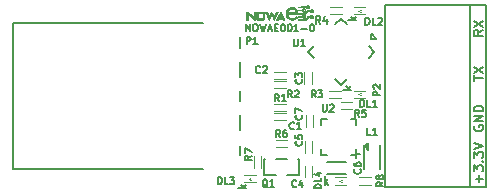
<source format=gto>
G04 #@! TF.FileFunction,Legend,Top*
%FSLAX46Y46*%
G04 Gerber Fmt 4.6, Leading zero omitted, Abs format (unit mm)*
G04 Created by KiCad (PCBNEW 4.0.5) date Saturday 15 April 2017 18:44:44*
%MOMM*%
%LPD*%
G01*
G04 APERTURE LIST*
%ADD10C,0.100000*%
%ADD11C,0.150000*%
%ADD12C,0.200000*%
%ADD13C,0.010000*%
G04 APERTURE END LIST*
D10*
D11*
X4528571Y13478571D02*
X4528571Y14078571D01*
X4871428Y13478571D01*
X4871428Y14078571D01*
X5271428Y14078571D02*
X5385714Y14078571D01*
X5442856Y14050000D01*
X5499999Y13992857D01*
X5528571Y13878571D01*
X5528571Y13678571D01*
X5499999Y13564286D01*
X5442856Y13507143D01*
X5385714Y13478571D01*
X5271428Y13478571D01*
X5214285Y13507143D01*
X5157142Y13564286D01*
X5128571Y13678571D01*
X5128571Y13878571D01*
X5157142Y13992857D01*
X5214285Y14050000D01*
X5271428Y14078571D01*
X5728570Y14078571D02*
X5871427Y13478571D01*
X5985713Y13907143D01*
X6099999Y13478571D01*
X6242856Y14078571D01*
X6442856Y13650000D02*
X6728570Y13650000D01*
X6385713Y13478571D02*
X6585713Y14078571D01*
X6785713Y13478571D01*
X6985713Y13792857D02*
X7185713Y13792857D01*
X7271427Y13478571D02*
X6985713Y13478571D01*
X6985713Y14078571D01*
X7271427Y14078571D01*
X7642856Y14078571D02*
X7699999Y14078571D01*
X7757142Y14050000D01*
X7785713Y14021429D01*
X7814284Y13964286D01*
X7842856Y13850000D01*
X7842856Y13707143D01*
X7814284Y13592857D01*
X7785713Y13535714D01*
X7757142Y13507143D01*
X7699999Y13478571D01*
X7642856Y13478571D01*
X7585713Y13507143D01*
X7557142Y13535714D01*
X7528570Y13592857D01*
X7499999Y13707143D01*
X7499999Y13850000D01*
X7528570Y13964286D01*
X7557142Y14021429D01*
X7585713Y14050000D01*
X7642856Y14078571D01*
X8214285Y14078571D02*
X8271428Y14078571D01*
X8328571Y14050000D01*
X8357142Y14021429D01*
X8385713Y13964286D01*
X8414285Y13850000D01*
X8414285Y13707143D01*
X8385713Y13592857D01*
X8357142Y13535714D01*
X8328571Y13507143D01*
X8271428Y13478571D01*
X8214285Y13478571D01*
X8157142Y13507143D01*
X8128571Y13535714D01*
X8099999Y13592857D01*
X8071428Y13707143D01*
X8071428Y13850000D01*
X8099999Y13964286D01*
X8128571Y14021429D01*
X8157142Y14050000D01*
X8214285Y14078571D01*
X8985714Y13478571D02*
X8642857Y13478571D01*
X8814285Y13478571D02*
X8814285Y14078571D01*
X8757142Y13992857D01*
X8700000Y13935714D01*
X8642857Y13907143D01*
X9242857Y13707143D02*
X9700000Y13707143D01*
X10100000Y14078571D02*
X10157143Y14078571D01*
X10214286Y14050000D01*
X10242857Y14021429D01*
X10271428Y13964286D01*
X10300000Y13850000D01*
X10300000Y13707143D01*
X10271428Y13592857D01*
X10242857Y13535714D01*
X10214286Y13507143D01*
X10157143Y13478571D01*
X10100000Y13478571D01*
X10042857Y13507143D01*
X10014286Y13535714D01*
X9985714Y13592857D01*
X9957143Y13707143D01*
X9957143Y13850000D01*
X9985714Y13964286D01*
X10014286Y14021429D01*
X10042857Y14050000D01*
X10100000Y14078571D01*
D12*
X13900000Y3050000D02*
X13900000Y2750000D01*
X13900000Y3050000D02*
X14200000Y3050000D01*
D10*
X14100000Y500000D02*
X15100000Y500000D01*
X14100000Y1100000D02*
X15100000Y1100000D01*
X12650000Y700000D02*
X12450000Y800000D01*
X12450000Y800000D02*
X12650000Y900000D01*
X13050000Y1100000D02*
X12050000Y1100000D01*
X13050000Y500000D02*
X12050000Y500000D01*
X7050000Y3700000D02*
X8050000Y3700000D01*
X7050000Y4300000D02*
X8050000Y4300000D01*
X6950000Y5950000D02*
X7950000Y5950000D01*
X6950000Y6550000D02*
X7950000Y6550000D01*
X6950000Y9450000D02*
X7950000Y9450000D01*
X6950000Y10050000D02*
X7950000Y10050000D01*
D11*
X7050000Y1300000D02*
X6050000Y1300000D01*
X6050000Y2700000D02*
X6150000Y2700000D01*
X9050000Y2700000D02*
X8950000Y2700000D01*
X7050000Y1300000D02*
X6050000Y1300000D01*
X6050000Y1300000D02*
X6050000Y2700000D01*
X8050000Y2700000D02*
X7050000Y2700000D01*
X9050000Y1300000D02*
X9050000Y2700000D01*
X9050000Y1300000D02*
X8050000Y1300000D01*
D10*
X6950000Y6700000D02*
X7950000Y6700000D01*
X6950000Y7300000D02*
X7950000Y7300000D01*
X7950000Y9300000D02*
X6950000Y9300000D01*
X7950000Y8700000D02*
X6950000Y8700000D01*
X12600000Y8450000D02*
X11600000Y8450000D01*
X12600000Y7850000D02*
X11600000Y7850000D01*
D11*
X13000000Y2400000D02*
X11400000Y2400000D01*
X13000000Y1400000D02*
X11400000Y1400000D01*
X14500000Y1850000D02*
X14500000Y3850000D01*
X15900000Y3850000D02*
X15900000Y1850000D01*
D10*
X10150000Y1100000D02*
X10150000Y2100000D01*
X9550000Y1100000D02*
X9550000Y2100000D01*
X13550000Y7500000D02*
X12550000Y7500000D01*
X13550000Y6900000D02*
X12550000Y6900000D01*
X14250000Y8050000D02*
X14050000Y8150000D01*
X14050000Y8150000D02*
X14250000Y8250000D01*
X14650000Y8450000D02*
X13650000Y8450000D01*
X14650000Y7850000D02*
X13650000Y7850000D01*
X11650000Y14900000D02*
X12650000Y14900000D01*
X11650000Y15500000D02*
X12650000Y15500000D01*
X9500000Y10000000D02*
X9500000Y9000000D01*
X10100000Y10000000D02*
X10100000Y9000000D01*
X14250000Y15100000D02*
X14050000Y15200000D01*
X14050000Y15200000D02*
X14250000Y15300000D01*
X14650000Y15500000D02*
X13650000Y15500000D01*
X14650000Y14900000D02*
X13650000Y14900000D01*
X5800000Y1900000D02*
X5800000Y2900000D01*
X5200000Y1900000D02*
X5200000Y2900000D01*
X5000000Y900000D02*
X4800000Y1000000D01*
X4800000Y1000000D02*
X5000000Y1100000D01*
X5400000Y1300000D02*
X4400000Y1300000D01*
X5400000Y700000D02*
X4400000Y700000D01*
X10250000Y5400000D02*
X10250000Y6400000D01*
X9650000Y5400000D02*
X9650000Y6400000D01*
X9550000Y4200000D02*
X9550000Y3200000D01*
X10150000Y4200000D02*
X10150000Y3200000D01*
D11*
X4000000Y12100000D02*
X4000000Y13000000D01*
X4000000Y9600000D02*
X4000000Y10900000D01*
X4000000Y7600000D02*
X4000000Y8400000D01*
X4000000Y5100000D02*
X4000000Y6400000D01*
X4000000Y3000000D02*
X4000000Y3800000D01*
X-15200000Y1800000D02*
X900000Y1800000D01*
X-15200000Y1800000D02*
X-15200000Y14200000D01*
X-15200000Y14200000D02*
X900000Y14200000D01*
X15212652Y13210140D02*
X15566205Y12856587D01*
X15566205Y12856587D02*
X15141941Y12856587D01*
X15141941Y12856587D02*
X15141941Y13280851D01*
X15141941Y13280851D02*
X15212652Y13210140D01*
X10262905Y12220191D02*
X9767930Y11725216D01*
X9767930Y11725216D02*
X10262905Y11230241D01*
X13091332Y14058668D02*
X12596357Y14553643D01*
X12596357Y14553643D02*
X12101382Y14058668D01*
X14929809Y11230241D02*
X15424784Y11725216D01*
X15424784Y11725216D02*
X14929809Y12220191D01*
X13091332Y9391764D02*
X12596357Y8896789D01*
X12596357Y8896789D02*
X12101382Y9391764D01*
X23550000Y300000D02*
X24850000Y300000D01*
X24850000Y300000D02*
X24850000Y15700000D01*
X24850000Y15700000D02*
X23550000Y15700000D01*
X16350000Y300000D02*
X16350000Y15700000D01*
X16350000Y15700000D02*
X23550000Y15700000D01*
X23550000Y15700000D02*
X23550000Y300000D01*
X23550000Y300000D02*
X16350000Y300000D01*
X14600000Y3725000D02*
X14900000Y3425000D01*
X14900000Y4025000D02*
X14600000Y3725000D01*
X14900000Y3425000D02*
X14900000Y4025000D01*
X11400000Y6025000D02*
X10900000Y6025000D01*
X10900000Y6025000D02*
X10900000Y5525000D01*
X13900000Y5525000D02*
X13900000Y6025000D01*
X13900000Y6025000D02*
X13400000Y6025000D01*
X13400000Y3025000D02*
X13900000Y3025000D01*
X13900000Y3025000D02*
X13900000Y3525000D01*
X11400000Y3025000D02*
X10900000Y3025000D01*
X10900000Y3025000D02*
X10900000Y3525000D01*
D13*
G36*
X5198666Y14660565D02*
X5198667Y14899991D01*
X5198667Y15139417D01*
X5341542Y15139417D01*
X5341542Y14446208D01*
X5196064Y14446208D01*
X4959240Y14682989D01*
X4722416Y14919769D01*
X4722417Y14682989D01*
X4722417Y14446208D01*
X4579542Y14446208D01*
X4579542Y15139417D01*
X4719728Y15139417D01*
X5198666Y14660565D01*
X5198666Y14660565D01*
G37*
X5198666Y14660565D02*
X5198667Y14899991D01*
X5198667Y15139417D01*
X5341542Y15139417D01*
X5341542Y14446208D01*
X5196064Y14446208D01*
X4959240Y14682989D01*
X4722416Y14919769D01*
X4722417Y14682989D01*
X4722417Y14446208D01*
X4579542Y14446208D01*
X4579542Y15139417D01*
X4719728Y15139417D01*
X5198666Y14660565D01*
G36*
X5746168Y15138631D02*
X5770167Y15138471D01*
X5825591Y15138047D01*
X5871448Y15137634D01*
X5908752Y15137179D01*
X5938519Y15136628D01*
X5961764Y15135930D01*
X5979502Y15135029D01*
X5992749Y15133874D01*
X6002519Y15132412D01*
X6009829Y15130589D01*
X6015694Y15128351D01*
X6021128Y15125647D01*
X6021759Y15125311D01*
X6043621Y15110219D01*
X6064891Y15089801D01*
X6082566Y15067354D01*
X6093581Y15046367D01*
X6095403Y15039163D01*
X6096915Y15028213D01*
X6098141Y15012638D01*
X6099107Y14991561D01*
X6099836Y14964100D01*
X6100355Y14929378D01*
X6100687Y14886515D01*
X6100858Y14834631D01*
X6100896Y14787521D01*
X6100896Y14549396D01*
X6088546Y14524320D01*
X6072911Y14500309D01*
X6051779Y14478260D01*
X6028294Y14461024D01*
X6009314Y14452432D01*
X5999551Y14450757D01*
X5982109Y14449368D01*
X5956520Y14448253D01*
X5922319Y14447402D01*
X5879039Y14446804D01*
X5826211Y14446448D01*
X5763371Y14446322D01*
X5748386Y14446325D01*
X5691282Y14446379D01*
X5643774Y14446505D01*
X5604875Y14446740D01*
X5573599Y14447121D01*
X5548960Y14447684D01*
X5529969Y14448468D01*
X5515640Y14449509D01*
X5504986Y14450844D01*
X5497021Y14452509D01*
X5490758Y14454542D01*
X5487062Y14456109D01*
X5466040Y14469488D01*
X5444918Y14489125D01*
X5426917Y14511542D01*
X5415256Y14533261D01*
X5415002Y14533966D01*
X5413190Y14541131D01*
X5411685Y14552026D01*
X5410462Y14567524D01*
X5409497Y14588501D01*
X5408766Y14615831D01*
X5408244Y14650389D01*
X5407907Y14693048D01*
X5407730Y14744683D01*
X5407723Y14753053D01*
X5548521Y14753053D01*
X5548564Y14713804D01*
X5549250Y14682769D01*
X5550758Y14658762D01*
X5553264Y14640601D01*
X5556948Y14627103D01*
X5561988Y14617083D01*
X5568561Y14609359D01*
X5576847Y14602747D01*
X5579126Y14601183D01*
X5584552Y14597712D01*
X5590173Y14594978D01*
X5597247Y14592892D01*
X5607035Y14591367D01*
X5620798Y14590316D01*
X5639794Y14589649D01*
X5665285Y14589281D01*
X5698529Y14589121D01*
X5740787Y14589084D01*
X5752691Y14589083D01*
X5799561Y14589177D01*
X5836979Y14589490D01*
X5866073Y14590075D01*
X5887975Y14590981D01*
X5903813Y14592260D01*
X5914716Y14593963D01*
X5921816Y14596140D01*
X5923102Y14596751D01*
X5936941Y14606898D01*
X5947974Y14619240D01*
X5950862Y14624148D01*
X5953140Y14630196D01*
X5954878Y14638614D01*
X5956150Y14650633D01*
X5957026Y14667480D01*
X5957579Y14690387D01*
X5957881Y14720581D01*
X5958003Y14759294D01*
X5958021Y14791102D01*
X5958151Y14843142D01*
X5957898Y14885589D01*
X5956296Y14919416D01*
X5952380Y14945597D01*
X5945183Y14965106D01*
X5933740Y14978916D01*
X5917085Y14988002D01*
X5894253Y14993336D01*
X5864278Y14995894D01*
X5826193Y14996647D01*
X5779034Y14996571D01*
X5754292Y14996525D01*
X5707427Y14996432D01*
X5669893Y14996008D01*
X5640440Y14995036D01*
X5617816Y14993298D01*
X5600770Y14990579D01*
X5588050Y14986661D01*
X5578406Y14981327D01*
X5570586Y14974359D01*
X5563339Y14965542D01*
X5561522Y14963093D01*
X5558274Y14958155D01*
X5555716Y14952361D01*
X5553748Y14944427D01*
X5552268Y14933068D01*
X5551178Y14916998D01*
X5550377Y14894934D01*
X5549764Y14865590D01*
X5549240Y14827681D01*
X5548942Y14801697D01*
X5548521Y14753053D01*
X5407723Y14753053D01*
X5407687Y14795458D01*
X5407687Y15036229D01*
X5423562Y15064913D01*
X5445278Y15094426D01*
X5473274Y15117436D01*
X5505228Y15132153D01*
X5513521Y15134318D01*
X5526916Y15135989D01*
X5550321Y15137277D01*
X5583843Y15138184D01*
X5627587Y15138711D01*
X5681660Y15138859D01*
X5746168Y15138631D01*
X5746168Y15138631D01*
G37*
X5746168Y15138631D02*
X5770167Y15138471D01*
X5825591Y15138047D01*
X5871448Y15137634D01*
X5908752Y15137179D01*
X5938519Y15136628D01*
X5961764Y15135930D01*
X5979502Y15135029D01*
X5992749Y15133874D01*
X6002519Y15132412D01*
X6009829Y15130589D01*
X6015694Y15128351D01*
X6021128Y15125647D01*
X6021759Y15125311D01*
X6043621Y15110219D01*
X6064891Y15089801D01*
X6082566Y15067354D01*
X6093581Y15046367D01*
X6095403Y15039163D01*
X6096915Y15028213D01*
X6098141Y15012638D01*
X6099107Y14991561D01*
X6099836Y14964100D01*
X6100355Y14929378D01*
X6100687Y14886515D01*
X6100858Y14834631D01*
X6100896Y14787521D01*
X6100896Y14549396D01*
X6088546Y14524320D01*
X6072911Y14500309D01*
X6051779Y14478260D01*
X6028294Y14461024D01*
X6009314Y14452432D01*
X5999551Y14450757D01*
X5982109Y14449368D01*
X5956520Y14448253D01*
X5922319Y14447402D01*
X5879039Y14446804D01*
X5826211Y14446448D01*
X5763371Y14446322D01*
X5748386Y14446325D01*
X5691282Y14446379D01*
X5643774Y14446505D01*
X5604875Y14446740D01*
X5573599Y14447121D01*
X5548960Y14447684D01*
X5529969Y14448468D01*
X5515640Y14449509D01*
X5504986Y14450844D01*
X5497021Y14452509D01*
X5490758Y14454542D01*
X5487062Y14456109D01*
X5466040Y14469488D01*
X5444918Y14489125D01*
X5426917Y14511542D01*
X5415256Y14533261D01*
X5415002Y14533966D01*
X5413190Y14541131D01*
X5411685Y14552026D01*
X5410462Y14567524D01*
X5409497Y14588501D01*
X5408766Y14615831D01*
X5408244Y14650389D01*
X5407907Y14693048D01*
X5407730Y14744683D01*
X5407723Y14753053D01*
X5548521Y14753053D01*
X5548564Y14713804D01*
X5549250Y14682769D01*
X5550758Y14658762D01*
X5553264Y14640601D01*
X5556948Y14627103D01*
X5561988Y14617083D01*
X5568561Y14609359D01*
X5576847Y14602747D01*
X5579126Y14601183D01*
X5584552Y14597712D01*
X5590173Y14594978D01*
X5597247Y14592892D01*
X5607035Y14591367D01*
X5620798Y14590316D01*
X5639794Y14589649D01*
X5665285Y14589281D01*
X5698529Y14589121D01*
X5740787Y14589084D01*
X5752691Y14589083D01*
X5799561Y14589177D01*
X5836979Y14589490D01*
X5866073Y14590075D01*
X5887975Y14590981D01*
X5903813Y14592260D01*
X5914716Y14593963D01*
X5921816Y14596140D01*
X5923102Y14596751D01*
X5936941Y14606898D01*
X5947974Y14619240D01*
X5950862Y14624148D01*
X5953140Y14630196D01*
X5954878Y14638614D01*
X5956150Y14650633D01*
X5957026Y14667480D01*
X5957579Y14690387D01*
X5957881Y14720581D01*
X5958003Y14759294D01*
X5958021Y14791102D01*
X5958151Y14843142D01*
X5957898Y14885589D01*
X5956296Y14919416D01*
X5952380Y14945597D01*
X5945183Y14965106D01*
X5933740Y14978916D01*
X5917085Y14988002D01*
X5894253Y14993336D01*
X5864278Y14995894D01*
X5826193Y14996647D01*
X5779034Y14996571D01*
X5754292Y14996525D01*
X5707427Y14996432D01*
X5669893Y14996008D01*
X5640440Y14995036D01*
X5617816Y14993298D01*
X5600770Y14990579D01*
X5588050Y14986661D01*
X5578406Y14981327D01*
X5570586Y14974359D01*
X5563339Y14965542D01*
X5561522Y14963093D01*
X5558274Y14958155D01*
X5555716Y14952361D01*
X5553748Y14944427D01*
X5552268Y14933068D01*
X5551178Y14916998D01*
X5550377Y14894934D01*
X5549764Y14865590D01*
X5549240Y14827681D01*
X5548942Y14801697D01*
X5548521Y14753053D01*
X5407723Y14753053D01*
X5407687Y14795458D01*
X5407687Y15036229D01*
X5423562Y15064913D01*
X5445278Y15094426D01*
X5473274Y15117436D01*
X5505228Y15132153D01*
X5513521Y15134318D01*
X5526916Y15135989D01*
X5550321Y15137277D01*
X5583843Y15138184D01*
X5627587Y15138711D01*
X5681660Y15138859D01*
X5746168Y15138631D01*
G36*
X6800719Y14935688D02*
X6903906Y14729367D01*
X7006446Y14934392D01*
X7108985Y15139417D01*
X7180409Y15139417D01*
X7206519Y15139232D01*
X7228350Y15138724D01*
X7243972Y15137965D01*
X7251457Y15137028D01*
X7251833Y15136755D01*
X7249523Y15131220D01*
X7242897Y15117217D01*
X7232411Y15095649D01*
X7218523Y15067424D01*
X7201687Y15033446D01*
X7182360Y14994622D01*
X7160999Y14951855D01*
X7138059Y14906053D01*
X7113998Y14858121D01*
X7089272Y14808964D01*
X7064336Y14759487D01*
X7039647Y14710597D01*
X7015661Y14663198D01*
X6992836Y14618197D01*
X6971626Y14576499D01*
X6952488Y14539009D01*
X6935880Y14506633D01*
X6922256Y14480276D01*
X6912073Y14460844D01*
X6905787Y14449243D01*
X6903866Y14446208D01*
X6900733Y14450788D01*
X6893407Y14463880D01*
X6882392Y14484511D01*
X6868193Y14511711D01*
X6851316Y14544508D01*
X6832264Y14581930D01*
X6811543Y14623005D01*
X6798713Y14648610D01*
X6697554Y14851012D01*
X6596326Y14648610D01*
X6574843Y14605835D01*
X6554732Y14566139D01*
X6536499Y14530492D01*
X6520648Y14499867D01*
X6507685Y14475235D01*
X6498114Y14457567D01*
X6492440Y14447835D01*
X6491123Y14446208D01*
X6488166Y14450822D01*
X6480878Y14464164D01*
X6469641Y14485488D01*
X6454839Y14514045D01*
X6436853Y14549089D01*
X6416066Y14589873D01*
X6392861Y14635648D01*
X6367619Y14685668D01*
X6340722Y14739185D01*
X6316512Y14787532D01*
X6288527Y14843581D01*
X6261971Y14896907D01*
X6237219Y14946749D01*
X6214646Y14992345D01*
X6194625Y15032935D01*
X6177532Y15067759D01*
X6163741Y15096054D01*
X6153626Y15117060D01*
X6147563Y15130017D01*
X6145875Y15134136D01*
X6150980Y15136373D01*
X6165571Y15138053D01*
X6188560Y15139094D01*
X6216021Y15139417D01*
X6286168Y15139417D01*
X6388651Y14934369D01*
X6491133Y14729321D01*
X6594332Y14935665D01*
X6697531Y15142008D01*
X6800719Y14935688D01*
X6800719Y14935688D01*
G37*
X6800719Y14935688D02*
X6903906Y14729367D01*
X7006446Y14934392D01*
X7108985Y15139417D01*
X7180409Y15139417D01*
X7206519Y15139232D01*
X7228350Y15138724D01*
X7243972Y15137965D01*
X7251457Y15137028D01*
X7251833Y15136755D01*
X7249523Y15131220D01*
X7242897Y15117217D01*
X7232411Y15095649D01*
X7218523Y15067424D01*
X7201687Y15033446D01*
X7182360Y14994622D01*
X7160999Y14951855D01*
X7138059Y14906053D01*
X7113998Y14858121D01*
X7089272Y14808964D01*
X7064336Y14759487D01*
X7039647Y14710597D01*
X7015661Y14663198D01*
X6992836Y14618197D01*
X6971626Y14576499D01*
X6952488Y14539009D01*
X6935880Y14506633D01*
X6922256Y14480276D01*
X6912073Y14460844D01*
X6905787Y14449243D01*
X6903866Y14446208D01*
X6900733Y14450788D01*
X6893407Y14463880D01*
X6882392Y14484511D01*
X6868193Y14511711D01*
X6851316Y14544508D01*
X6832264Y14581930D01*
X6811543Y14623005D01*
X6798713Y14648610D01*
X6697554Y14851012D01*
X6596326Y14648610D01*
X6574843Y14605835D01*
X6554732Y14566139D01*
X6536499Y14530492D01*
X6520648Y14499867D01*
X6507685Y14475235D01*
X6498114Y14457567D01*
X6492440Y14447835D01*
X6491123Y14446208D01*
X6488166Y14450822D01*
X6480878Y14464164D01*
X6469641Y14485488D01*
X6454839Y14514045D01*
X6436853Y14549089D01*
X6416066Y14589873D01*
X6392861Y14635648D01*
X6367619Y14685668D01*
X6340722Y14739185D01*
X6316512Y14787532D01*
X6288527Y14843581D01*
X6261971Y14896907D01*
X6237219Y14946749D01*
X6214646Y14992345D01*
X6194625Y15032935D01*
X6177532Y15067759D01*
X6163741Y15096054D01*
X6153626Y15117060D01*
X6147563Y15130017D01*
X6145875Y15134136D01*
X6150980Y15136373D01*
X6165571Y15138053D01*
X6188560Y15139094D01*
X6216021Y15139417D01*
X6286168Y15139417D01*
X6388651Y14934369D01*
X6491133Y14729321D01*
X6594332Y14935665D01*
X6697531Y15142008D01*
X6800719Y14935688D01*
G36*
X7458219Y15134831D02*
X7465141Y15121679D01*
X7475872Y15100865D01*
X7489957Y15073295D01*
X7506943Y15039877D01*
X7526374Y15001515D01*
X7547796Y14959115D01*
X7570754Y14913583D01*
X7594794Y14865826D01*
X7619460Y14816749D01*
X7644298Y14767258D01*
X7668853Y14718259D01*
X7692671Y14670657D01*
X7715297Y14625359D01*
X7736276Y14583271D01*
X7755153Y14545299D01*
X7771474Y14512348D01*
X7784784Y14485324D01*
X7794628Y14465134D01*
X7800552Y14452682D01*
X7802167Y14448870D01*
X7797193Y14447907D01*
X7783545Y14447099D01*
X7763129Y14446516D01*
X7737855Y14446227D01*
X7729219Y14446208D01*
X7656271Y14446208D01*
X7622349Y14515000D01*
X7285855Y14515000D01*
X7268893Y14480604D01*
X7251932Y14446208D01*
X7180445Y14446208D01*
X7154322Y14446394D01*
X7132479Y14446901D01*
X7116842Y14447659D01*
X7109339Y14448595D01*
X7108958Y14448870D01*
X7111260Y14454164D01*
X7117861Y14467954D01*
X7128309Y14489333D01*
X7142146Y14517396D01*
X7158920Y14551237D01*
X7178175Y14589951D01*
X7199457Y14632630D01*
X7212070Y14657875D01*
X7357611Y14657875D01*
X7452889Y14657875D01*
X7483296Y14658084D01*
X7509660Y14658664D01*
X7530316Y14659545D01*
X7543602Y14660658D01*
X7547886Y14661844D01*
X7545519Y14667588D01*
X7539088Y14681256D01*
X7529327Y14701342D01*
X7516970Y14726336D01*
X7502750Y14754731D01*
X7500922Y14758358D01*
X7454238Y14850903D01*
X7405924Y14754389D01*
X7357611Y14657875D01*
X7212070Y14657875D01*
X7222310Y14678370D01*
X7246281Y14726264D01*
X7270914Y14775407D01*
X7295755Y14824892D01*
X7320349Y14873814D01*
X7344242Y14921267D01*
X7366978Y14966344D01*
X7388103Y15008141D01*
X7407162Y15045750D01*
X7423701Y15078267D01*
X7437265Y15104785D01*
X7447399Y15124398D01*
X7453649Y15136201D01*
X7455562Y15139417D01*
X7458219Y15134831D01*
X7458219Y15134831D01*
G37*
X7458219Y15134831D02*
X7465141Y15121679D01*
X7475872Y15100865D01*
X7489957Y15073295D01*
X7506943Y15039877D01*
X7526374Y15001515D01*
X7547796Y14959115D01*
X7570754Y14913583D01*
X7594794Y14865826D01*
X7619460Y14816749D01*
X7644298Y14767258D01*
X7668853Y14718259D01*
X7692671Y14670657D01*
X7715297Y14625359D01*
X7736276Y14583271D01*
X7755153Y14545299D01*
X7771474Y14512348D01*
X7784784Y14485324D01*
X7794628Y14465134D01*
X7800552Y14452682D01*
X7802167Y14448870D01*
X7797193Y14447907D01*
X7783545Y14447099D01*
X7763129Y14446516D01*
X7737855Y14446227D01*
X7729219Y14446208D01*
X7656271Y14446208D01*
X7622349Y14515000D01*
X7285855Y14515000D01*
X7268893Y14480604D01*
X7251932Y14446208D01*
X7180445Y14446208D01*
X7154322Y14446394D01*
X7132479Y14446901D01*
X7116842Y14447659D01*
X7109339Y14448595D01*
X7108958Y14448870D01*
X7111260Y14454164D01*
X7117861Y14467954D01*
X7128309Y14489333D01*
X7142146Y14517396D01*
X7158920Y14551237D01*
X7178175Y14589951D01*
X7199457Y14632630D01*
X7212070Y14657875D01*
X7357611Y14657875D01*
X7452889Y14657875D01*
X7483296Y14658084D01*
X7509660Y14658664D01*
X7530316Y14659545D01*
X7543602Y14660658D01*
X7547886Y14661844D01*
X7545519Y14667588D01*
X7539088Y14681256D01*
X7529327Y14701342D01*
X7516970Y14726336D01*
X7502750Y14754731D01*
X7500922Y14758358D01*
X7454238Y14850903D01*
X7405924Y14754389D01*
X7357611Y14657875D01*
X7212070Y14657875D01*
X7222310Y14678370D01*
X7246281Y14726264D01*
X7270914Y14775407D01*
X7295755Y14824892D01*
X7320349Y14873814D01*
X7344242Y14921267D01*
X7366978Y14966344D01*
X7388103Y15008141D01*
X7407162Y15045750D01*
X7423701Y15078267D01*
X7437265Y15104785D01*
X7447399Y15124398D01*
X7453649Y15136201D01*
X7455562Y15139417D01*
X7458219Y15134831D01*
G36*
X8465837Y15528847D02*
X8535815Y15519391D01*
X8601889Y15500919D01*
X8663358Y15473820D01*
X8719519Y15438479D01*
X8769671Y15395283D01*
X8813113Y15344618D01*
X8849143Y15286872D01*
X8855801Y15273676D01*
X8874685Y15229799D01*
X8888715Y15185137D01*
X8898444Y15137148D01*
X8904427Y15083292D01*
X8906701Y15040198D01*
X8909607Y14954208D01*
X8049882Y14954208D01*
X8053642Y14926427D01*
X8066992Y14861039D01*
X8088318Y14800786D01*
X8117038Y14746346D01*
X8152568Y14698394D01*
X8194326Y14657607D01*
X8241730Y14624660D01*
X8294197Y14600231D01*
X8347208Y14585712D01*
X8383828Y14581135D01*
X8425674Y14579646D01*
X8468787Y14581122D01*
X8509209Y14585439D01*
X8540354Y14591744D01*
X8584722Y14607010D01*
X8629221Y14628272D01*
X8671530Y14654023D01*
X8709331Y14682752D01*
X8740304Y14712951D01*
X8754667Y14731178D01*
X8764805Y14745249D01*
X8772602Y14755030D01*
X8775986Y14758169D01*
X8781079Y14755058D01*
X8792139Y14746566D01*
X8807223Y14734336D01*
X8824384Y14720017D01*
X8841678Y14705252D01*
X8857161Y14691690D01*
X8868887Y14680975D01*
X8874912Y14674754D01*
X8875290Y14674124D01*
X8872956Y14667339D01*
X8864601Y14654841D01*
X8851717Y14638366D01*
X8835801Y14619650D01*
X8818346Y14600432D01*
X8800847Y14582447D01*
X8784797Y14567433D01*
X8779979Y14563348D01*
X8727339Y14526801D01*
X8667314Y14497098D01*
X8600966Y14474711D01*
X8557474Y14464778D01*
X8521140Y14459463D01*
X8479279Y14455859D01*
X8435795Y14454119D01*
X8394595Y14454393D01*
X8359583Y14456833D01*
X8357792Y14457049D01*
X8284736Y14470974D01*
X8217084Y14493725D01*
X8155218Y14524807D01*
X8099524Y14563729D01*
X8050383Y14609997D01*
X8008180Y14663120D01*
X7973297Y14722605D01*
X7946119Y14787959D01*
X7927028Y14858690D01*
X7916409Y14934306D01*
X7914644Y15014313D01*
X7915116Y15025646D01*
X7921345Y15082638D01*
X8050875Y15082638D01*
X8056023Y15082397D01*
X8070897Y15082169D01*
X8094635Y15081957D01*
X8126382Y15081765D01*
X8165276Y15081595D01*
X8210460Y15081452D01*
X8261075Y15081339D01*
X8316262Y15081259D01*
X8375163Y15081216D01*
X8411032Y15081208D01*
X8771190Y15081208D01*
X8767804Y15106344D01*
X8754789Y15165119D01*
X8732432Y15219221D01*
X8701147Y15268079D01*
X8661348Y15311120D01*
X8613450Y15347774D01*
X8578190Y15367893D01*
X8529215Y15387356D01*
X8475698Y15399370D01*
X8419987Y15403916D01*
X8364431Y15400975D01*
X8311377Y15390529D01*
X8263175Y15372557D01*
X8258969Y15370476D01*
X8209865Y15339891D01*
X8165126Y15300712D01*
X8125949Y15254444D01*
X8093535Y15202591D01*
X8069082Y15146658D01*
X8061581Y15122701D01*
X8056468Y15104077D01*
X8052684Y15089959D01*
X8050923Y15082949D01*
X8050875Y15082638D01*
X7921345Y15082638D01*
X7923719Y15104350D01*
X7941498Y15177939D01*
X7968405Y15246294D01*
X8004392Y15309297D01*
X8049410Y15366829D01*
X8058196Y15376308D01*
X8111176Y15424579D01*
X8169879Y15464051D01*
X8233845Y15494512D01*
X8302615Y15515755D01*
X8375731Y15527570D01*
X8392656Y15528902D01*
X8465837Y15528847D01*
X8465837Y15528847D01*
G37*
X8465837Y15528847D02*
X8535815Y15519391D01*
X8601889Y15500919D01*
X8663358Y15473820D01*
X8719519Y15438479D01*
X8769671Y15395283D01*
X8813113Y15344618D01*
X8849143Y15286872D01*
X8855801Y15273676D01*
X8874685Y15229799D01*
X8888715Y15185137D01*
X8898444Y15137148D01*
X8904427Y15083292D01*
X8906701Y15040198D01*
X8909607Y14954208D01*
X8049882Y14954208D01*
X8053642Y14926427D01*
X8066992Y14861039D01*
X8088318Y14800786D01*
X8117038Y14746346D01*
X8152568Y14698394D01*
X8194326Y14657607D01*
X8241730Y14624660D01*
X8294197Y14600231D01*
X8347208Y14585712D01*
X8383828Y14581135D01*
X8425674Y14579646D01*
X8468787Y14581122D01*
X8509209Y14585439D01*
X8540354Y14591744D01*
X8584722Y14607010D01*
X8629221Y14628272D01*
X8671530Y14654023D01*
X8709331Y14682752D01*
X8740304Y14712951D01*
X8754667Y14731178D01*
X8764805Y14745249D01*
X8772602Y14755030D01*
X8775986Y14758169D01*
X8781079Y14755058D01*
X8792139Y14746566D01*
X8807223Y14734336D01*
X8824384Y14720017D01*
X8841678Y14705252D01*
X8857161Y14691690D01*
X8868887Y14680975D01*
X8874912Y14674754D01*
X8875290Y14674124D01*
X8872956Y14667339D01*
X8864601Y14654841D01*
X8851717Y14638366D01*
X8835801Y14619650D01*
X8818346Y14600432D01*
X8800847Y14582447D01*
X8784797Y14567433D01*
X8779979Y14563348D01*
X8727339Y14526801D01*
X8667314Y14497098D01*
X8600966Y14474711D01*
X8557474Y14464778D01*
X8521140Y14459463D01*
X8479279Y14455859D01*
X8435795Y14454119D01*
X8394595Y14454393D01*
X8359583Y14456833D01*
X8357792Y14457049D01*
X8284736Y14470974D01*
X8217084Y14493725D01*
X8155218Y14524807D01*
X8099524Y14563729D01*
X8050383Y14609997D01*
X8008180Y14663120D01*
X7973297Y14722605D01*
X7946119Y14787959D01*
X7927028Y14858690D01*
X7916409Y14934306D01*
X7914644Y15014313D01*
X7915116Y15025646D01*
X7921345Y15082638D01*
X8050875Y15082638D01*
X8056023Y15082397D01*
X8070897Y15082169D01*
X8094635Y15081957D01*
X8126382Y15081765D01*
X8165276Y15081595D01*
X8210460Y15081452D01*
X8261075Y15081339D01*
X8316262Y15081259D01*
X8375163Y15081216D01*
X8411032Y15081208D01*
X8771190Y15081208D01*
X8767804Y15106344D01*
X8754789Y15165119D01*
X8732432Y15219221D01*
X8701147Y15268079D01*
X8661348Y15311120D01*
X8613450Y15347774D01*
X8578190Y15367893D01*
X8529215Y15387356D01*
X8475698Y15399370D01*
X8419987Y15403916D01*
X8364431Y15400975D01*
X8311377Y15390529D01*
X8263175Y15372557D01*
X8258969Y15370476D01*
X8209865Y15339891D01*
X8165126Y15300712D01*
X8125949Y15254444D01*
X8093535Y15202591D01*
X8069082Y15146658D01*
X8061581Y15122701D01*
X8056468Y15104077D01*
X8052684Y15089959D01*
X8050923Y15082949D01*
X8050875Y15082638D01*
X7921345Y15082638D01*
X7923719Y15104350D01*
X7941498Y15177939D01*
X7968405Y15246294D01*
X8004392Y15309297D01*
X8049410Y15366829D01*
X8058196Y15376308D01*
X8111176Y15424579D01*
X8169879Y15464051D01*
X8233845Y15494512D01*
X8302615Y15515755D01*
X8375731Y15527570D01*
X8392656Y15528902D01*
X8465837Y15528847D01*
G36*
X10110614Y14830082D02*
X10137396Y14822209D01*
X10161329Y14807486D01*
X10173281Y14797173D01*
X10195278Y14772510D01*
X10208598Y14746593D01*
X10214322Y14716622D01*
X10214323Y14690594D01*
X10207805Y14653248D01*
X10192708Y14622023D01*
X10168844Y14596594D01*
X10154587Y14586578D01*
X10140777Y14578645D01*
X10128613Y14573864D01*
X10114585Y14571453D01*
X10095184Y14570626D01*
X10082875Y14570563D01*
X10059618Y14570907D01*
X10043418Y14572461D01*
X10030753Y14576013D01*
X10018105Y14582346D01*
X10011022Y14586594D01*
X9984530Y14608599D01*
X9969104Y14630074D01*
X9953229Y14657521D01*
X9865866Y14657698D01*
X9778502Y14657875D01*
X9675417Y14554688D01*
X9572331Y14451500D01*
X9272356Y14451500D01*
X9207513Y14451529D01*
X9152451Y14451630D01*
X9106368Y14451824D01*
X9068462Y14452131D01*
X9037931Y14452572D01*
X9013973Y14453168D01*
X8995786Y14453939D01*
X8982568Y14454907D01*
X8973516Y14456093D01*
X8967829Y14457516D01*
X8964705Y14459198D01*
X8964412Y14459469D01*
X8953799Y14475665D01*
X8953698Y14492284D01*
X8959730Y14503730D01*
X8970119Y14517646D01*
X9255181Y14519015D01*
X9540242Y14520385D01*
X9646488Y14626172D01*
X9723081Y14702433D01*
X9999671Y14702433D01*
X10003552Y14676744D01*
X10017718Y14652282D01*
X10026089Y14643233D01*
X10050225Y14624781D01*
X10074278Y14616603D01*
X10099202Y14618441D01*
X10107666Y14621158D01*
X10126945Y14632423D01*
X10145302Y14649717D01*
X10159014Y14669216D01*
X10162674Y14677682D01*
X10166081Y14703938D01*
X10159053Y14729771D01*
X10142860Y14753390D01*
X10119456Y14772631D01*
X10093997Y14781884D01*
X10067923Y14781147D01*
X10042677Y14770421D01*
X10022890Y14753390D01*
X10006108Y14728324D01*
X9999671Y14702433D01*
X9723081Y14702433D01*
X9752735Y14731958D01*
X9950088Y14731958D01*
X9960062Y14754507D01*
X9979191Y14785536D01*
X10005254Y14809548D01*
X10036621Y14825463D01*
X10071660Y14832200D01*
X10077583Y14832354D01*
X10110614Y14830082D01*
X10110614Y14830082D01*
G37*
X10110614Y14830082D02*
X10137396Y14822209D01*
X10161329Y14807486D01*
X10173281Y14797173D01*
X10195278Y14772510D01*
X10208598Y14746593D01*
X10214322Y14716622D01*
X10214323Y14690594D01*
X10207805Y14653248D01*
X10192708Y14622023D01*
X10168844Y14596594D01*
X10154587Y14586578D01*
X10140777Y14578645D01*
X10128613Y14573864D01*
X10114585Y14571453D01*
X10095184Y14570626D01*
X10082875Y14570563D01*
X10059618Y14570907D01*
X10043418Y14572461D01*
X10030753Y14576013D01*
X10018105Y14582346D01*
X10011022Y14586594D01*
X9984530Y14608599D01*
X9969104Y14630074D01*
X9953229Y14657521D01*
X9865866Y14657698D01*
X9778502Y14657875D01*
X9675417Y14554688D01*
X9572331Y14451500D01*
X9272356Y14451500D01*
X9207513Y14451529D01*
X9152451Y14451630D01*
X9106368Y14451824D01*
X9068462Y14452131D01*
X9037931Y14452572D01*
X9013973Y14453168D01*
X8995786Y14453939D01*
X8982568Y14454907D01*
X8973516Y14456093D01*
X8967829Y14457516D01*
X8964705Y14459198D01*
X8964412Y14459469D01*
X8953799Y14475665D01*
X8953698Y14492284D01*
X8959730Y14503730D01*
X8970119Y14517646D01*
X9255181Y14519015D01*
X9540242Y14520385D01*
X9646488Y14626172D01*
X9723081Y14702433D01*
X9999671Y14702433D01*
X10003552Y14676744D01*
X10017718Y14652282D01*
X10026089Y14643233D01*
X10050225Y14624781D01*
X10074278Y14616603D01*
X10099202Y14618441D01*
X10107666Y14621158D01*
X10126945Y14632423D01*
X10145302Y14649717D01*
X10159014Y14669216D01*
X10162674Y14677682D01*
X10166081Y14703938D01*
X10159053Y14729771D01*
X10142860Y14753390D01*
X10119456Y14772631D01*
X10093997Y14781884D01*
X10067923Y14781147D01*
X10042677Y14770421D01*
X10022890Y14753390D01*
X10006108Y14728324D01*
X9999671Y14702433D01*
X9723081Y14702433D01*
X9752735Y14731958D01*
X9950088Y14731958D01*
X9960062Y14754507D01*
X9979191Y14785536D01*
X10005254Y14809548D01*
X10036621Y14825463D01*
X10071660Y14832200D01*
X10077583Y14832354D01*
X10110614Y14830082D01*
G36*
X9478649Y14874212D02*
X9509405Y14862293D01*
X9531742Y14846724D01*
X9552255Y14820762D01*
X9565497Y14789336D01*
X9571085Y14755018D01*
X9568634Y14720382D01*
X9557762Y14688000D01*
X9555945Y14684520D01*
X9534181Y14653929D01*
X9506979Y14632353D01*
X9474085Y14619646D01*
X9436139Y14615658D01*
X9407477Y14618079D01*
X9383675Y14624567D01*
X9381729Y14625414D01*
X9362967Y14637187D01*
X9343630Y14654452D01*
X9326857Y14673938D01*
X9315789Y14692378D01*
X9314682Y14695229D01*
X9309402Y14710374D01*
X9140696Y14711906D01*
X9093476Y14712383D01*
X9055718Y14712907D01*
X9026297Y14713546D01*
X9004092Y14714367D01*
X8987980Y14715434D01*
X8976839Y14716816D01*
X8969545Y14718579D01*
X8964976Y14720789D01*
X8962988Y14722446D01*
X8955187Y14736940D01*
X8954681Y14754316D01*
X8961207Y14770045D01*
X8966037Y14775116D01*
X8970083Y14777859D01*
X8975478Y14780036D01*
X8983392Y14781713D01*
X8994998Y14782954D01*
X9011469Y14783823D01*
X9033977Y14784385D01*
X9063693Y14784704D01*
X9101790Y14784846D01*
X9143127Y14784875D01*
X9308165Y14784875D01*
X9314393Y14802096D01*
X9325145Y14821318D01*
X9342462Y14841403D01*
X9363150Y14859118D01*
X9381729Y14870236D01*
X9411539Y14878697D01*
X9444937Y14879851D01*
X9478649Y14874212D01*
X9478649Y14874212D01*
G37*
X9478649Y14874212D02*
X9509405Y14862293D01*
X9531742Y14846724D01*
X9552255Y14820762D01*
X9565497Y14789336D01*
X9571085Y14755018D01*
X9568634Y14720382D01*
X9557762Y14688000D01*
X9555945Y14684520D01*
X9534181Y14653929D01*
X9506979Y14632353D01*
X9474085Y14619646D01*
X9436139Y14615658D01*
X9407477Y14618079D01*
X9383675Y14624567D01*
X9381729Y14625414D01*
X9362967Y14637187D01*
X9343630Y14654452D01*
X9326857Y14673938D01*
X9315789Y14692378D01*
X9314682Y14695229D01*
X9309402Y14710374D01*
X9140696Y14711906D01*
X9093476Y14712383D01*
X9055718Y14712907D01*
X9026297Y14713546D01*
X9004092Y14714367D01*
X8987980Y14715434D01*
X8976839Y14716816D01*
X8969545Y14718579D01*
X8964976Y14720789D01*
X8962988Y14722446D01*
X8955187Y14736940D01*
X8954681Y14754316D01*
X8961207Y14770045D01*
X8966037Y14775116D01*
X8970083Y14777859D01*
X8975478Y14780036D01*
X8983392Y14781713D01*
X8994998Y14782954D01*
X9011469Y14783823D01*
X9033977Y14784385D01*
X9063693Y14784704D01*
X9101790Y14784846D01*
X9143127Y14784875D01*
X9308165Y14784875D01*
X9314393Y14802096D01*
X9325145Y14821318D01*
X9342462Y14841403D01*
X9363150Y14859118D01*
X9381729Y14870236D01*
X9411539Y14878697D01*
X9444937Y14879851D01*
X9478649Y14874212D01*
G36*
X10102801Y15352833D02*
X10133935Y15344215D01*
X10162428Y15328145D01*
X10186597Y15304633D01*
X10200614Y15282630D01*
X10210907Y15253852D01*
X10215394Y15221932D01*
X10213815Y15190945D01*
X10207891Y15169289D01*
X10189722Y15138795D01*
X10164313Y15114574D01*
X10133502Y15097459D01*
X10099127Y15088284D01*
X10063027Y15087885D01*
X10039294Y15092791D01*
X10018496Y15102756D01*
X9996502Y15119191D01*
X9976640Y15139062D01*
X9962237Y15159337D01*
X9959154Y15165834D01*
X9950669Y15187042D01*
X9783796Y15187042D01*
X9678062Y15081208D01*
X9572328Y14975375D01*
X9272797Y14975375D01*
X9208953Y14975384D01*
X9154855Y14975430D01*
X9109662Y14975541D01*
X9072537Y14975747D01*
X9042641Y14976077D01*
X9019136Y14976559D01*
X9001182Y14977222D01*
X8987942Y14978096D01*
X8978576Y14979208D01*
X8972246Y14980589D01*
X8968113Y14982266D01*
X8965340Y14984270D01*
X8963626Y14986027D01*
X8955979Y15000357D01*
X8954369Y15016911D01*
X8958781Y15031403D01*
X8963817Y15036978D01*
X8967761Y15038604D01*
X8975304Y15039976D01*
X8987223Y15041116D01*
X9004298Y15042042D01*
X9027307Y15042772D01*
X9057026Y15043327D01*
X9094235Y15043724D01*
X9139712Y15043984D01*
X9194234Y15044125D01*
X9256898Y15044167D01*
X9540149Y15044167D01*
X9752735Y15255833D01*
X9852982Y15256074D01*
X9953229Y15256314D01*
X9966458Y15283844D01*
X9985536Y15312615D01*
X10010394Y15333891D01*
X10039346Y15347680D01*
X10070710Y15353991D01*
X10102801Y15352833D01*
X10102801Y15352833D01*
G37*
X10102801Y15352833D02*
X10133935Y15344215D01*
X10162428Y15328145D01*
X10186597Y15304633D01*
X10200614Y15282630D01*
X10210907Y15253852D01*
X10215394Y15221932D01*
X10213815Y15190945D01*
X10207891Y15169289D01*
X10189722Y15138795D01*
X10164313Y15114574D01*
X10133502Y15097459D01*
X10099127Y15088284D01*
X10063027Y15087885D01*
X10039294Y15092791D01*
X10018496Y15102756D01*
X9996502Y15119191D01*
X9976640Y15139062D01*
X9962237Y15159337D01*
X9959154Y15165834D01*
X9950669Y15187042D01*
X9783796Y15187042D01*
X9678062Y15081208D01*
X9572328Y14975375D01*
X9272797Y14975375D01*
X9208953Y14975384D01*
X9154855Y14975430D01*
X9109662Y14975541D01*
X9072537Y14975747D01*
X9042641Y14976077D01*
X9019136Y14976559D01*
X9001182Y14977222D01*
X8987942Y14978096D01*
X8978576Y14979208D01*
X8972246Y14980589D01*
X8968113Y14982266D01*
X8965340Y14984270D01*
X8963626Y14986027D01*
X8955979Y15000357D01*
X8954369Y15016911D01*
X8958781Y15031403D01*
X8963817Y15036978D01*
X8967761Y15038604D01*
X8975304Y15039976D01*
X8987223Y15041116D01*
X9004298Y15042042D01*
X9027307Y15042772D01*
X9057026Y15043327D01*
X9094235Y15043724D01*
X9139712Y15043984D01*
X9194234Y15044125D01*
X9256898Y15044167D01*
X9540149Y15044167D01*
X9752735Y15255833D01*
X9852982Y15256074D01*
X9953229Y15256314D01*
X9966458Y15283844D01*
X9985536Y15312615D01*
X10010394Y15333891D01*
X10039346Y15347680D01*
X10070710Y15353991D01*
X10102801Y15352833D01*
G36*
X9476961Y15401125D02*
X9508548Y15387339D01*
X9535798Y15365935D01*
X9556908Y15337537D01*
X9562960Y15325010D01*
X9569511Y15299371D01*
X9570924Y15269261D01*
X9567297Y15239405D01*
X9560766Y15218732D01*
X9541331Y15186821D01*
X9515232Y15163084D01*
X9482742Y15147700D01*
X9444131Y15140848D01*
X9442583Y15140761D01*
X9419611Y15140615D01*
X9401562Y15143689D01*
X9383020Y15150944D01*
X9381690Y15151573D01*
X9353690Y15169455D01*
X9330778Y15192989D01*
X9315620Y15219400D01*
X9314989Y15221087D01*
X9308165Y15239958D01*
X9140907Y15239958D01*
X9092081Y15240048D01*
X9052835Y15240342D01*
X9022167Y15240882D01*
X8999074Y15241709D01*
X8982555Y15242863D01*
X8971607Y15244385D01*
X8965227Y15246316D01*
X8963817Y15247147D01*
X8956073Y15258650D01*
X8954342Y15274590D01*
X8954615Y15275614D01*
X9354457Y15275614D01*
X9359525Y15250343D01*
X9361953Y15244469D01*
X9375396Y15220990D01*
X9392480Y15205161D01*
X9414452Y15194708D01*
X9430268Y15189466D01*
X9441209Y15188082D01*
X9452237Y15190775D01*
X9466615Y15196988D01*
X9491784Y15213197D01*
X9509139Y15234191D01*
X9518608Y15258111D01*
X9520117Y15283097D01*
X9513594Y15307292D01*
X9498967Y15328835D01*
X9476162Y15345867D01*
X9472509Y15347693D01*
X9445197Y15355839D01*
X9419291Y15353586D01*
X9394583Y15340881D01*
X9374838Y15322363D01*
X9359488Y15299176D01*
X9354457Y15275614D01*
X8954615Y15275614D01*
X8958639Y15290682D01*
X8963626Y15298099D01*
X8966699Y15301055D01*
X8970747Y15303407D01*
X8976917Y15305225D01*
X8986357Y15306576D01*
X9000216Y15307529D01*
X9019640Y15308154D01*
X9045780Y15308520D01*
X9079782Y15308695D01*
X9122795Y15308748D01*
X9141205Y15308750D01*
X9309144Y15308750D01*
X9312213Y15320977D01*
X9321562Y15341410D01*
X9338268Y15362496D01*
X9359730Y15381316D01*
X9374200Y15390520D01*
X9407984Y15403342D01*
X9442839Y15406668D01*
X9476961Y15401125D01*
X9476961Y15401125D01*
G37*
X9476961Y15401125D02*
X9508548Y15387339D01*
X9535798Y15365935D01*
X9556908Y15337537D01*
X9562960Y15325010D01*
X9569511Y15299371D01*
X9570924Y15269261D01*
X9567297Y15239405D01*
X9560766Y15218732D01*
X9541331Y15186821D01*
X9515232Y15163084D01*
X9482742Y15147700D01*
X9444131Y15140848D01*
X9442583Y15140761D01*
X9419611Y15140615D01*
X9401562Y15143689D01*
X9383020Y15150944D01*
X9381690Y15151573D01*
X9353690Y15169455D01*
X9330778Y15192989D01*
X9315620Y15219400D01*
X9314989Y15221087D01*
X9308165Y15239958D01*
X9140907Y15239958D01*
X9092081Y15240048D01*
X9052835Y15240342D01*
X9022167Y15240882D01*
X8999074Y15241709D01*
X8982555Y15242863D01*
X8971607Y15244385D01*
X8965227Y15246316D01*
X8963817Y15247147D01*
X8956073Y15258650D01*
X8954342Y15274590D01*
X8954615Y15275614D01*
X9354457Y15275614D01*
X9359525Y15250343D01*
X9361953Y15244469D01*
X9375396Y15220990D01*
X9392480Y15205161D01*
X9414452Y15194708D01*
X9430268Y15189466D01*
X9441209Y15188082D01*
X9452237Y15190775D01*
X9466615Y15196988D01*
X9491784Y15213197D01*
X9509139Y15234191D01*
X9518608Y15258111D01*
X9520117Y15283097D01*
X9513594Y15307292D01*
X9498967Y15328835D01*
X9476162Y15345867D01*
X9472509Y15347693D01*
X9445197Y15355839D01*
X9419291Y15353586D01*
X9394583Y15340881D01*
X9374838Y15322363D01*
X9359488Y15299176D01*
X9354457Y15275614D01*
X8954615Y15275614D01*
X8958639Y15290682D01*
X8963626Y15298099D01*
X8966699Y15301055D01*
X8970747Y15303407D01*
X8976917Y15305225D01*
X8986357Y15306576D01*
X9000216Y15307529D01*
X9019640Y15308154D01*
X9045780Y15308520D01*
X9079782Y15308695D01*
X9122795Y15308748D01*
X9141205Y15308750D01*
X9309144Y15308750D01*
X9312213Y15320977D01*
X9321562Y15341410D01*
X9338268Y15362496D01*
X9359730Y15381316D01*
X9374200Y15390520D01*
X9407984Y15403342D01*
X9442839Y15406668D01*
X9476961Y15401125D01*
G36*
X9802862Y15665288D02*
X9813749Y15662442D01*
X9843412Y15648329D01*
X9868019Y15626331D01*
X9886665Y15598302D01*
X9898441Y15566092D01*
X9902442Y15531555D01*
X9897760Y15496542D01*
X9896735Y15492936D01*
X9886494Y15471476D01*
X9869692Y15449041D01*
X9849385Y15429067D01*
X9828633Y15414991D01*
X9826434Y15413940D01*
X9798981Y15406059D01*
X9767137Y15403945D01*
X9735304Y15407479D01*
X9707884Y15416540D01*
X9706516Y15417235D01*
X9677793Y15437379D01*
X9655224Y15463729D01*
X9645439Y15482052D01*
X9638233Y15499250D01*
X9308161Y15499250D01*
X9240746Y15499263D01*
X9183113Y15499317D01*
X9134463Y15499435D01*
X9093994Y15499639D01*
X9060907Y15499954D01*
X9034400Y15500400D01*
X9013674Y15501002D01*
X8997926Y15501782D01*
X8986358Y15502762D01*
X8978168Y15503967D01*
X8972556Y15505418D01*
X8968721Y15507138D01*
X8966037Y15509009D01*
X8956606Y15522670D01*
X8954097Y15539899D01*
X8958770Y15556168D01*
X8962992Y15561679D01*
X8965483Y15563519D01*
X8969526Y15565101D01*
X8975903Y15566448D01*
X8985397Y15567584D01*
X8998792Y15568533D01*
X9016870Y15569320D01*
X9040414Y15569968D01*
X9070208Y15570501D01*
X9107034Y15570942D01*
X9151676Y15571317D01*
X9204916Y15571648D01*
X9267538Y15571959D01*
X9305156Y15572126D01*
X9638314Y15573565D01*
X9651496Y15599579D01*
X9671623Y15628237D01*
X9698469Y15649774D01*
X9730389Y15663554D01*
X9765735Y15668938D01*
X9802862Y15665288D01*
X9802862Y15665288D01*
G37*
X9802862Y15665288D02*
X9813749Y15662442D01*
X9843412Y15648329D01*
X9868019Y15626331D01*
X9886665Y15598302D01*
X9898441Y15566092D01*
X9902442Y15531555D01*
X9897760Y15496542D01*
X9896735Y15492936D01*
X9886494Y15471476D01*
X9869692Y15449041D01*
X9849385Y15429067D01*
X9828633Y15414991D01*
X9826434Y15413940D01*
X9798981Y15406059D01*
X9767137Y15403945D01*
X9735304Y15407479D01*
X9707884Y15416540D01*
X9706516Y15417235D01*
X9677793Y15437379D01*
X9655224Y15463729D01*
X9645439Y15482052D01*
X9638233Y15499250D01*
X9308161Y15499250D01*
X9240746Y15499263D01*
X9183113Y15499317D01*
X9134463Y15499435D01*
X9093994Y15499639D01*
X9060907Y15499954D01*
X9034400Y15500400D01*
X9013674Y15501002D01*
X8997926Y15501782D01*
X8986358Y15502762D01*
X8978168Y15503967D01*
X8972556Y15505418D01*
X8968721Y15507138D01*
X8966037Y15509009D01*
X8956606Y15522670D01*
X8954097Y15539899D01*
X8958770Y15556168D01*
X8962992Y15561679D01*
X8965483Y15563519D01*
X8969526Y15565101D01*
X8975903Y15566448D01*
X8985397Y15567584D01*
X8998792Y15568533D01*
X9016870Y15569320D01*
X9040414Y15569968D01*
X9070208Y15570501D01*
X9107034Y15570942D01*
X9151676Y15571317D01*
X9204916Y15571648D01*
X9267538Y15571959D01*
X9305156Y15572126D01*
X9638314Y15573565D01*
X9651496Y15599579D01*
X9671623Y15628237D01*
X9698469Y15649774D01*
X9730389Y15663554D01*
X9765735Y15668938D01*
X9802862Y15665288D01*
D11*
X16171429Y700000D02*
X15885714Y500000D01*
X16171429Y357143D02*
X15571429Y357143D01*
X15571429Y585715D01*
X15600000Y642857D01*
X15628571Y671429D01*
X15685714Y700000D01*
X15771429Y700000D01*
X15828571Y671429D01*
X15857143Y642857D01*
X15885714Y585715D01*
X15885714Y357143D01*
X15828571Y1042857D02*
X15800000Y985715D01*
X15771429Y957143D01*
X15714286Y928572D01*
X15685714Y928572D01*
X15628571Y957143D01*
X15600000Y985715D01*
X15571429Y1042857D01*
X15571429Y1157143D01*
X15600000Y1214286D01*
X15628571Y1242857D01*
X15685714Y1271429D01*
X15714286Y1271429D01*
X15771429Y1242857D01*
X15800000Y1214286D01*
X15828571Y1157143D01*
X15828571Y1042857D01*
X15857143Y985715D01*
X15885714Y957143D01*
X15942857Y928572D01*
X16057143Y928572D01*
X16114286Y957143D01*
X16142857Y985715D01*
X16171429Y1042857D01*
X16171429Y1157143D01*
X16142857Y1214286D01*
X16114286Y1242857D01*
X16057143Y1271429D01*
X15942857Y1271429D01*
X15885714Y1242857D01*
X15857143Y1214286D01*
X15828571Y1157143D01*
X10921429Y164286D02*
X10321429Y164286D01*
X10321429Y307143D01*
X10350000Y392858D01*
X10407143Y450000D01*
X10464286Y478572D01*
X10578571Y507143D01*
X10664286Y507143D01*
X10778571Y478572D01*
X10835714Y450000D01*
X10892857Y392858D01*
X10921429Y307143D01*
X10921429Y164286D01*
X10921429Y1050000D02*
X10921429Y764286D01*
X10321429Y764286D01*
X10521429Y1507143D02*
X10921429Y1507143D01*
X10292857Y1364286D02*
X10721429Y1221429D01*
X10721429Y1592857D01*
X11233334Y483333D02*
X11233334Y1183333D01*
X11300000Y750000D02*
X11500000Y483333D01*
X11500000Y950000D02*
X11233334Y683333D01*
X7450000Y4528571D02*
X7250000Y4814286D01*
X7107143Y4528571D02*
X7107143Y5128571D01*
X7335715Y5128571D01*
X7392857Y5100000D01*
X7421429Y5071429D01*
X7450000Y5014286D01*
X7450000Y4928571D01*
X7421429Y4871429D01*
X7392857Y4842857D01*
X7335715Y4814286D01*
X7107143Y4814286D01*
X7964286Y5128571D02*
X7850000Y5128571D01*
X7792857Y5100000D01*
X7764286Y5071429D01*
X7707143Y4985714D01*
X7678572Y4871429D01*
X7678572Y4642857D01*
X7707143Y4585714D01*
X7735715Y4557143D01*
X7792857Y4528571D01*
X7907143Y4528571D01*
X7964286Y4557143D01*
X7992857Y4585714D01*
X8021429Y4642857D01*
X8021429Y4785714D01*
X7992857Y4842857D01*
X7964286Y4871429D01*
X7907143Y4900000D01*
X7792857Y4900000D01*
X7735715Y4871429D01*
X7707143Y4842857D01*
X7678572Y4785714D01*
X8600000Y5235714D02*
X8571429Y5207143D01*
X8485715Y5178571D01*
X8428572Y5178571D01*
X8342857Y5207143D01*
X8285715Y5264286D01*
X8257143Y5321429D01*
X8228572Y5435714D01*
X8228572Y5521429D01*
X8257143Y5635714D01*
X8285715Y5692857D01*
X8342857Y5750000D01*
X8428572Y5778571D01*
X8485715Y5778571D01*
X8571429Y5750000D01*
X8600000Y5721429D01*
X9171429Y5178571D02*
X8828572Y5178571D01*
X9000000Y5178571D02*
X9000000Y5778571D01*
X8942857Y5692857D01*
X8885715Y5635714D01*
X8828572Y5607143D01*
X5750000Y9985714D02*
X5721429Y9957143D01*
X5635715Y9928571D01*
X5578572Y9928571D01*
X5492857Y9957143D01*
X5435715Y10014286D01*
X5407143Y10071429D01*
X5378572Y10185714D01*
X5378572Y10271429D01*
X5407143Y10385714D01*
X5435715Y10442857D01*
X5492857Y10500000D01*
X5578572Y10528571D01*
X5635715Y10528571D01*
X5721429Y10500000D01*
X5750000Y10471429D01*
X5978572Y10471429D02*
X6007143Y10500000D01*
X6064286Y10528571D01*
X6207143Y10528571D01*
X6264286Y10500000D01*
X6292857Y10471429D01*
X6321429Y10414286D01*
X6321429Y10357143D01*
X6292857Y10271429D01*
X5950000Y9928571D01*
X6321429Y9928571D01*
X6392857Y271429D02*
X6335714Y300000D01*
X6278571Y357143D01*
X6192857Y442857D01*
X6135714Y471429D01*
X6078571Y471429D01*
X6107143Y328571D02*
X6050000Y357143D01*
X5992857Y414286D01*
X5964286Y528571D01*
X5964286Y728571D01*
X5992857Y842857D01*
X6050000Y900000D01*
X6107143Y928571D01*
X6221429Y928571D01*
X6278571Y900000D01*
X6335714Y842857D01*
X6364286Y728571D01*
X6364286Y528571D01*
X6335714Y414286D01*
X6278571Y357143D01*
X6221429Y328571D01*
X6107143Y328571D01*
X6935714Y328571D02*
X6592857Y328571D01*
X6764285Y328571D02*
X6764285Y928571D01*
X6707142Y842857D01*
X6650000Y785714D01*
X6592857Y757143D01*
X7350000Y7528571D02*
X7150000Y7814286D01*
X7007143Y7528571D02*
X7007143Y8128571D01*
X7235715Y8128571D01*
X7292857Y8100000D01*
X7321429Y8071429D01*
X7350000Y8014286D01*
X7350000Y7928571D01*
X7321429Y7871429D01*
X7292857Y7842857D01*
X7235715Y7814286D01*
X7007143Y7814286D01*
X7921429Y7528571D02*
X7578572Y7528571D01*
X7750000Y7528571D02*
X7750000Y8128571D01*
X7692857Y8042857D01*
X7635715Y7985714D01*
X7578572Y7957143D01*
X8450000Y7878571D02*
X8250000Y8164286D01*
X8107143Y7878571D02*
X8107143Y8478571D01*
X8335715Y8478571D01*
X8392857Y8450000D01*
X8421429Y8421429D01*
X8450000Y8364286D01*
X8450000Y8278571D01*
X8421429Y8221429D01*
X8392857Y8192857D01*
X8335715Y8164286D01*
X8107143Y8164286D01*
X8678572Y8421429D02*
X8707143Y8450000D01*
X8764286Y8478571D01*
X8907143Y8478571D01*
X8964286Y8450000D01*
X8992857Y8421429D01*
X9021429Y8364286D01*
X9021429Y8307143D01*
X8992857Y8221429D01*
X8650000Y7878571D01*
X9021429Y7878571D01*
X10450000Y7878571D02*
X10250000Y8164286D01*
X10107143Y7878571D02*
X10107143Y8478571D01*
X10335715Y8478571D01*
X10392857Y8450000D01*
X10421429Y8421429D01*
X10450000Y8364286D01*
X10450000Y8278571D01*
X10421429Y8221429D01*
X10392857Y8192857D01*
X10335715Y8164286D01*
X10107143Y8164286D01*
X10650000Y8478571D02*
X11021429Y8478571D01*
X10821429Y8250000D01*
X10907143Y8250000D01*
X10964286Y8221429D01*
X10992857Y8192857D01*
X11021429Y8135714D01*
X11021429Y7992857D01*
X10992857Y7935714D01*
X10964286Y7907143D01*
X10907143Y7878571D01*
X10735715Y7878571D01*
X10678572Y7907143D01*
X10650000Y7935714D01*
X14214286Y1800000D02*
X14242857Y1771429D01*
X14271429Y1685715D01*
X14271429Y1628572D01*
X14242857Y1542857D01*
X14185714Y1485715D01*
X14128571Y1457143D01*
X14014286Y1428572D01*
X13928571Y1428572D01*
X13814286Y1457143D01*
X13757143Y1485715D01*
X13700000Y1542857D01*
X13671429Y1628572D01*
X13671429Y1685715D01*
X13700000Y1771429D01*
X13728571Y1800000D01*
X13671429Y2314286D02*
X13671429Y2200000D01*
X13700000Y2142857D01*
X13728571Y2114286D01*
X13814286Y2057143D01*
X13928571Y2028572D01*
X14157143Y2028572D01*
X14214286Y2057143D01*
X14242857Y2085715D01*
X14271429Y2142857D01*
X14271429Y2257143D01*
X14242857Y2314286D01*
X14214286Y2342857D01*
X14157143Y2371429D01*
X14014286Y2371429D01*
X13957143Y2342857D01*
X13928571Y2314286D01*
X13900000Y2257143D01*
X13900000Y2142857D01*
X13928571Y2085715D01*
X13957143Y2057143D01*
X14014286Y2028572D01*
X15100000Y4678571D02*
X14814286Y4678571D01*
X14814286Y5278571D01*
X15614286Y4678571D02*
X15271429Y4678571D01*
X15442857Y4678571D02*
X15442857Y5278571D01*
X15385714Y5192857D01*
X15328572Y5135714D01*
X15271429Y5107143D01*
X8800000Y335714D02*
X8771429Y307143D01*
X8685715Y278571D01*
X8628572Y278571D01*
X8542857Y307143D01*
X8485715Y364286D01*
X8457143Y421429D01*
X8428572Y535714D01*
X8428572Y621429D01*
X8457143Y735714D01*
X8485715Y792857D01*
X8542857Y850000D01*
X8628572Y878571D01*
X8685715Y878571D01*
X8771429Y850000D01*
X8800000Y821429D01*
X9314286Y678571D02*
X9314286Y278571D01*
X9171429Y907143D02*
X9028572Y478571D01*
X9400000Y478571D01*
X14150000Y6228571D02*
X13950000Y6514286D01*
X13807143Y6228571D02*
X13807143Y6828571D01*
X14035715Y6828571D01*
X14092857Y6800000D01*
X14121429Y6771429D01*
X14150000Y6714286D01*
X14150000Y6628571D01*
X14121429Y6571429D01*
X14092857Y6542857D01*
X14035715Y6514286D01*
X13807143Y6514286D01*
X14692857Y6828571D02*
X14407143Y6828571D01*
X14378572Y6542857D01*
X14407143Y6571429D01*
X14464286Y6600000D01*
X14607143Y6600000D01*
X14664286Y6571429D01*
X14692857Y6542857D01*
X14721429Y6485714D01*
X14721429Y6342857D01*
X14692857Y6285714D01*
X14664286Y6257143D01*
X14607143Y6228571D01*
X14464286Y6228571D01*
X14407143Y6257143D01*
X14378572Y6285714D01*
X14214286Y7078571D02*
X14214286Y7678571D01*
X14357143Y7678571D01*
X14442858Y7650000D01*
X14500000Y7592857D01*
X14528572Y7535714D01*
X14557143Y7421429D01*
X14557143Y7335714D01*
X14528572Y7221429D01*
X14500000Y7164286D01*
X14442858Y7107143D01*
X14357143Y7078571D01*
X14214286Y7078571D01*
X15100000Y7078571D02*
X14814286Y7078571D01*
X14814286Y7678571D01*
X15614286Y7078571D02*
X15271429Y7078571D01*
X15442857Y7078571D02*
X15442857Y7678571D01*
X15385714Y7592857D01*
X15328572Y7535714D01*
X15271429Y7507143D01*
X13466667Y8533334D02*
X12766667Y8533334D01*
X13200000Y8600000D02*
X13466667Y8800000D01*
X13000000Y8800000D02*
X13266667Y8533334D01*
X10850000Y14128571D02*
X10650000Y14414286D01*
X10507143Y14128571D02*
X10507143Y14728571D01*
X10735715Y14728571D01*
X10792857Y14700000D01*
X10821429Y14671429D01*
X10850000Y14614286D01*
X10850000Y14528571D01*
X10821429Y14471429D01*
X10792857Y14442857D01*
X10735715Y14414286D01*
X10507143Y14414286D01*
X11364286Y14528571D02*
X11364286Y14128571D01*
X11221429Y14757143D02*
X11078572Y14328571D01*
X11450000Y14328571D01*
X9264286Y9400000D02*
X9292857Y9371429D01*
X9321429Y9285715D01*
X9321429Y9228572D01*
X9292857Y9142857D01*
X9235714Y9085715D01*
X9178571Y9057143D01*
X9064286Y9028572D01*
X8978571Y9028572D01*
X8864286Y9057143D01*
X8807143Y9085715D01*
X8750000Y9142857D01*
X8721429Y9228572D01*
X8721429Y9285715D01*
X8750000Y9371429D01*
X8778571Y9400000D01*
X8721429Y9600000D02*
X8721429Y9971429D01*
X8950000Y9771429D01*
X8950000Y9857143D01*
X8978571Y9914286D01*
X9007143Y9942857D01*
X9064286Y9971429D01*
X9207143Y9971429D01*
X9264286Y9942857D01*
X9292857Y9914286D01*
X9321429Y9857143D01*
X9321429Y9685715D01*
X9292857Y9628572D01*
X9264286Y9600000D01*
X14664286Y14028571D02*
X14664286Y14628571D01*
X14807143Y14628571D01*
X14892858Y14600000D01*
X14950000Y14542857D01*
X14978572Y14485714D01*
X15007143Y14371429D01*
X15007143Y14285714D01*
X14978572Y14171429D01*
X14950000Y14114286D01*
X14892858Y14057143D01*
X14807143Y14028571D01*
X14664286Y14028571D01*
X15550000Y14028571D02*
X15264286Y14028571D01*
X15264286Y14628571D01*
X15721429Y14571429D02*
X15750000Y14600000D01*
X15807143Y14628571D01*
X15950000Y14628571D01*
X16007143Y14600000D01*
X16035714Y14571429D01*
X16064286Y14514286D01*
X16064286Y14457143D01*
X16035714Y14371429D01*
X15692857Y14028571D01*
X16064286Y14028571D01*
X13866667Y14433334D02*
X13166667Y14433334D01*
X13600000Y14500000D02*
X13866667Y14700000D01*
X13400000Y14700000D02*
X13666667Y14433334D01*
X5021429Y2950000D02*
X4735714Y2750000D01*
X5021429Y2607143D02*
X4421429Y2607143D01*
X4421429Y2835715D01*
X4450000Y2892857D01*
X4478571Y2921429D01*
X4535714Y2950000D01*
X4621429Y2950000D01*
X4678571Y2921429D01*
X4707143Y2892857D01*
X4735714Y2835715D01*
X4735714Y2607143D01*
X4421429Y3150000D02*
X4421429Y3550000D01*
X5021429Y3292857D01*
X2164286Y528571D02*
X2164286Y1128571D01*
X2307143Y1128571D01*
X2392858Y1100000D01*
X2450000Y1042857D01*
X2478572Y985714D01*
X2507143Y871429D01*
X2507143Y785714D01*
X2478572Y671429D01*
X2450000Y614286D01*
X2392858Y557143D01*
X2307143Y528571D01*
X2164286Y528571D01*
X3050000Y528571D02*
X2764286Y528571D01*
X2764286Y1128571D01*
X3192857Y1128571D02*
X3564286Y1128571D01*
X3364286Y900000D01*
X3450000Y900000D01*
X3507143Y871429D01*
X3535714Y842857D01*
X3564286Y785714D01*
X3564286Y642857D01*
X3535714Y585714D01*
X3507143Y557143D01*
X3450000Y528571D01*
X3278572Y528571D01*
X3221429Y557143D01*
X3192857Y585714D01*
X4566667Y233334D02*
X3866667Y233334D01*
X4300000Y300000D02*
X4566667Y500000D01*
X4100000Y500000D02*
X4366667Y233334D01*
X9264286Y6350000D02*
X9292857Y6321429D01*
X9321429Y6235715D01*
X9321429Y6178572D01*
X9292857Y6092857D01*
X9235714Y6035715D01*
X9178571Y6007143D01*
X9064286Y5978572D01*
X8978571Y5978572D01*
X8864286Y6007143D01*
X8807143Y6035715D01*
X8750000Y6092857D01*
X8721429Y6178572D01*
X8721429Y6235715D01*
X8750000Y6321429D01*
X8778571Y6350000D01*
X8721429Y6550000D02*
X8721429Y6950000D01*
X9321429Y6692857D01*
X9264286Y4150000D02*
X9292857Y4121429D01*
X9321429Y4035715D01*
X9321429Y3978572D01*
X9292857Y3892857D01*
X9235714Y3835715D01*
X9178571Y3807143D01*
X9064286Y3778572D01*
X8978571Y3778572D01*
X8864286Y3807143D01*
X8807143Y3835715D01*
X8750000Y3892857D01*
X8721429Y3978572D01*
X8721429Y4035715D01*
X8750000Y4121429D01*
X8778571Y4150000D01*
X8721429Y4692857D02*
X8721429Y4407143D01*
X9007143Y4378572D01*
X8978571Y4407143D01*
X8950000Y4464286D01*
X8950000Y4607143D01*
X8978571Y4664286D01*
X9007143Y4692857D01*
X9064286Y4721429D01*
X9207143Y4721429D01*
X9264286Y4692857D01*
X9292857Y4664286D01*
X9321429Y4607143D01*
X9321429Y4464286D01*
X9292857Y4407143D01*
X9264286Y4378572D01*
X4607143Y12378571D02*
X4607143Y12978571D01*
X4835715Y12978571D01*
X4892857Y12950000D01*
X4921429Y12921429D01*
X4950000Y12864286D01*
X4950000Y12778571D01*
X4921429Y12721429D01*
X4892857Y12692857D01*
X4835715Y12664286D01*
X4607143Y12664286D01*
X5521429Y12378571D02*
X5178572Y12378571D01*
X5350000Y12378571D02*
X5350000Y12978571D01*
X5292857Y12892857D01*
X5235715Y12835714D01*
X5178572Y12807143D01*
X8592857Y12828571D02*
X8592857Y12342857D01*
X8621429Y12285714D01*
X8650000Y12257143D01*
X8707143Y12228571D01*
X8821429Y12228571D01*
X8878571Y12257143D01*
X8907143Y12285714D01*
X8935714Y12342857D01*
X8935714Y12828571D01*
X9535714Y12228571D02*
X9192857Y12228571D01*
X9364285Y12228571D02*
X9364285Y12828571D01*
X9307142Y12742857D01*
X9250000Y12685714D01*
X9192857Y12657143D01*
X15921429Y8057143D02*
X15321429Y8057143D01*
X15321429Y8285715D01*
X15350000Y8342857D01*
X15378571Y8371429D01*
X15435714Y8400000D01*
X15521429Y8400000D01*
X15578571Y8371429D01*
X15607143Y8342857D01*
X15635714Y8285715D01*
X15635714Y8057143D01*
X15378571Y8628572D02*
X15350000Y8657143D01*
X15321429Y8714286D01*
X15321429Y8857143D01*
X15350000Y8914286D01*
X15378571Y8942857D01*
X15435714Y8971429D01*
X15492857Y8971429D01*
X15578571Y8942857D01*
X15921429Y8600000D01*
X15921429Y8971429D01*
X24611905Y13566667D02*
X24230952Y13300000D01*
X24611905Y13109524D02*
X23811905Y13109524D01*
X23811905Y13414286D01*
X23850000Y13490477D01*
X23888095Y13528572D01*
X23964286Y13566667D01*
X24078571Y13566667D01*
X24154762Y13528572D01*
X24192857Y13490477D01*
X24230952Y13414286D01*
X24230952Y13109524D01*
X23811905Y13833334D02*
X24611905Y14366667D01*
X23811905Y14366667D02*
X24611905Y13833334D01*
X24307143Y700000D02*
X24307143Y1309524D01*
X24611905Y1004762D02*
X24002381Y1004762D01*
X23811905Y1614286D02*
X23811905Y2109524D01*
X24116667Y1842857D01*
X24116667Y1957143D01*
X24154762Y2033333D01*
X24192857Y2071429D01*
X24269048Y2109524D01*
X24459524Y2109524D01*
X24535714Y2071429D01*
X24573810Y2033333D01*
X24611905Y1957143D01*
X24611905Y1728571D01*
X24573810Y1652381D01*
X24535714Y1614286D01*
X24535714Y2452381D02*
X24573810Y2490476D01*
X24611905Y2452381D01*
X24573810Y2414286D01*
X24535714Y2452381D01*
X24611905Y2452381D01*
X23811905Y2757143D02*
X23811905Y3252381D01*
X24116667Y2985714D01*
X24116667Y3100000D01*
X24154762Y3176190D01*
X24192857Y3214286D01*
X24269048Y3252381D01*
X24459524Y3252381D01*
X24535714Y3214286D01*
X24573810Y3176190D01*
X24611905Y3100000D01*
X24611905Y2871428D01*
X24573810Y2795238D01*
X24535714Y2757143D01*
X23811905Y3480952D02*
X24611905Y3747619D01*
X23811905Y4014286D01*
X23811905Y9290476D02*
X23811905Y9747619D01*
X24611905Y9519048D02*
X23811905Y9519048D01*
X23811905Y9938096D02*
X24611905Y10471429D01*
X23811905Y10471429D02*
X24611905Y9938096D01*
X23850000Y5490477D02*
X23811905Y5414286D01*
X23811905Y5300001D01*
X23850000Y5185715D01*
X23926190Y5109524D01*
X24002381Y5071429D01*
X24154762Y5033334D01*
X24269048Y5033334D01*
X24421429Y5071429D01*
X24497619Y5109524D01*
X24573810Y5185715D01*
X24611905Y5300001D01*
X24611905Y5376191D01*
X24573810Y5490477D01*
X24535714Y5528572D01*
X24269048Y5528572D01*
X24269048Y5376191D01*
X24611905Y5871429D02*
X23811905Y5871429D01*
X24611905Y6328572D01*
X23811905Y6328572D01*
X24611905Y6709524D02*
X23811905Y6709524D01*
X23811905Y6900000D01*
X23850000Y7014286D01*
X23926190Y7090477D01*
X24002381Y7128572D01*
X24154762Y7166667D01*
X24269048Y7166667D01*
X24421429Y7128572D01*
X24497619Y7090477D01*
X24573810Y7014286D01*
X24611905Y6900000D01*
X24611905Y6709524D01*
X11042857Y7278571D02*
X11042857Y6792857D01*
X11071429Y6735714D01*
X11100000Y6707143D01*
X11157143Y6678571D01*
X11271429Y6678571D01*
X11328571Y6707143D01*
X11357143Y6735714D01*
X11385714Y6792857D01*
X11385714Y7278571D01*
X11642857Y7221429D02*
X11671428Y7250000D01*
X11728571Y7278571D01*
X11871428Y7278571D01*
X11928571Y7250000D01*
X11957142Y7221429D01*
X11985714Y7164286D01*
X11985714Y7107143D01*
X11957142Y7021429D01*
X11614285Y6678571D01*
X11985714Y6678571D01*
M02*

</source>
